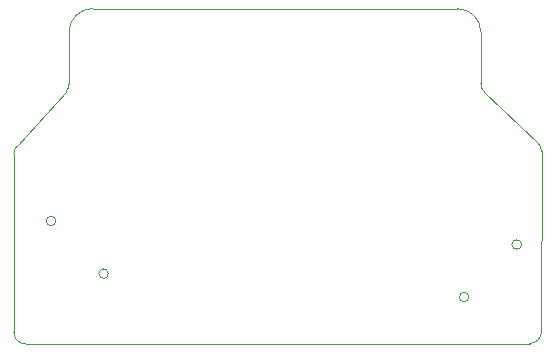
<source format=gbr>
%TF.GenerationSoftware,KiCad,Pcbnew,7.0.9*%
%TF.CreationDate,2024-03-24T18:40:07+02:00*%
%TF.ProjectId,Micromouse Power,4d696372-6f6d-46f7-9573-6520506f7765,v0.0.0*%
%TF.SameCoordinates,Original*%
%TF.FileFunction,Profile,NP*%
%FSLAX46Y46*%
G04 Gerber Fmt 4.6, Leading zero omitted, Abs format (unit mm)*
G04 Created by KiCad (PCBNEW 7.0.9) date 2024-03-24 18:40:07*
%MOMM*%
%LPD*%
G01*
G04 APERTURE LIST*
%TA.AperFunction,Profile*%
%ADD10C,0.100000*%
%TD*%
%TA.AperFunction,Profile*%
%ADD11C,0.050000*%
%TD*%
G04 APERTURE END LIST*
D10*
X146070000Y-105610000D02*
X176942283Y-105610000D01*
X139676925Y-117244947D02*
G75*
G03*
X139404483Y-117930965I727575J-686053D01*
G01*
X179252577Y-112671899D02*
X183768629Y-116973513D01*
X139404454Y-133009547D02*
G75*
G03*
X140405336Y-134009546I1000046J47D01*
G01*
X139404483Y-133009547D02*
X139404483Y-117930965D01*
X184082609Y-117701626D02*
G75*
G03*
X183768629Y-116973513I-1000009J526D01*
G01*
X144070000Y-111991865D02*
X144070000Y-107610000D01*
X178942282Y-111947810D02*
G75*
G03*
X179252577Y-112671899I1000018J10D01*
G01*
X178942283Y-107610000D02*
X178942283Y-111947810D01*
X146070000Y-105610000D02*
G75*
G03*
X144070000Y-107610000I0J-2000000D01*
G01*
X143812450Y-112661802D02*
G75*
G03*
X144070000Y-111991865I-742450J669902D01*
G01*
X183075193Y-133973140D02*
G75*
G03*
X184074340Y-132973693I-693J999840D01*
G01*
X178942300Y-107610000D02*
G75*
G03*
X176942283Y-105610000I-2000000J0D01*
G01*
X184082598Y-117701626D02*
X184074340Y-132973693D01*
X183075193Y-133973152D02*
X140405336Y-134009546D01*
X139676911Y-117244934D02*
X143812432Y-112661786D01*
D11*
%TO.C,SW2*%
X147403911Y-128053503D02*
G75*
G03*
X147403911Y-128053503I-400000J0D01*
G01*
X142949138Y-123598730D02*
G75*
G03*
X142949138Y-123598730I-400000J0D01*
G01*
%TO.C,SW1*%
X182383503Y-125586089D02*
G75*
G03*
X182383503Y-125586089I-400000J0D01*
G01*
X177928730Y-130040862D02*
G75*
G03*
X177928730Y-130040862I-400000J0D01*
G01*
%TD*%
M02*

</source>
